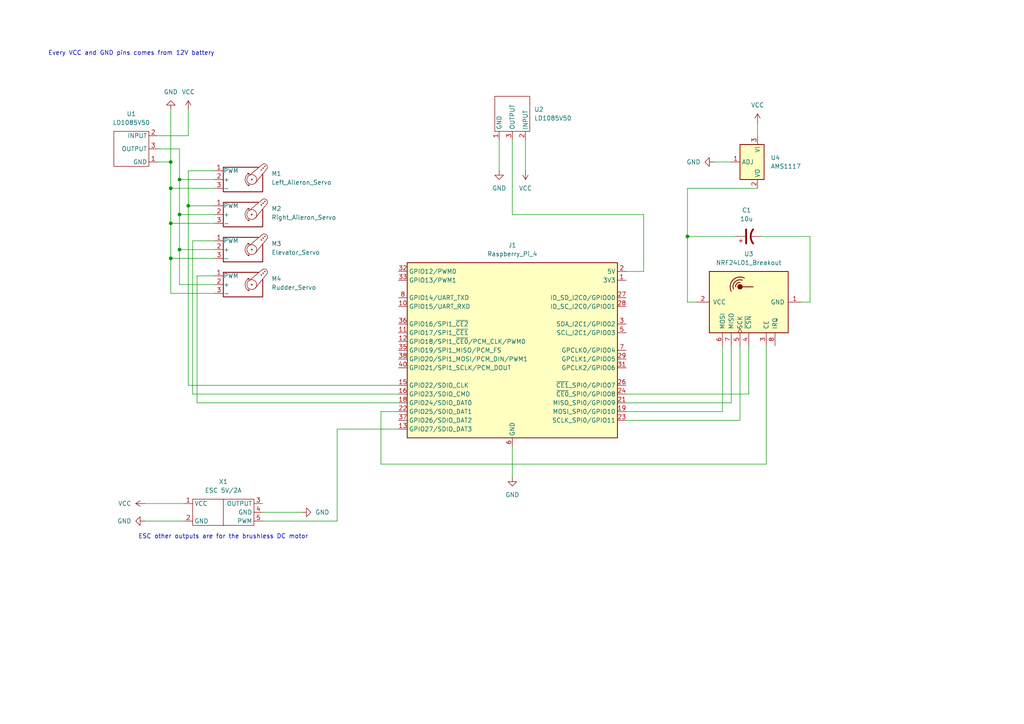
<source format=kicad_sch>
(kicad_sch (version 20250114) (generator "eeschema") (generator_version "9.0")
  (paper "A4")
  (title_block (title "RC Airplane") (date "2025-04-24") (rev "0.1") (company "Breno Soares Alves") (comment 1 "This version is just for RC Control, without any sensor yet") (comment 2 "Every VCC and GND pins comes from 12V battery"))
  (lib_symbols
    (symbol "Connector:Raspberry_Pi_4"
      (property "Reference" "J" (at -17.526 48.768 0))
      (property "Value" "Raspberry_Pi_4" (at 15.748 -26.416 0))
      (symbol "Raspberry_Pi_4_0_1"
        (rectangle (start -30.48 25.4) (end 30.48 -25.4) (stroke (width 0.254)) (fill (type background)))
      )
      (symbol "Raspberry_Pi_4_1_1"
        (pin bidirectional line (at -33.02 22.86 0) (length 2.54) (name "GPIO12/PWM0") (number "32"))
        (pin bidirectional line (at -33.02 20.32 0) (length 2.54) (name "GPIO13/PWM1") (number "33"))
        (pin bidirectional line (at -33.02 15.24 0) (length 2.54) (name "GPIO14/UART_TXD") (number "8"))
        (pin bidirectional line (at -33.02 12.7 0) (length 2.54) (name "GPIO15/UART_RXD") (number "10"))
        (pin bidirectional line (at -33.02 7.62 0) (length 2.54) (name "GPIO16/SPI1_~{CE2}") (number "36"))
        (pin bidirectional line (at -33.02 5.08 0) (length 2.54) (name "GPIO17/SPI1_~{CE1}") (number "11"))
        (pin bidirectional line (at -33.02 2.54 0) (length 2.54) (name "GPIO18/SPI1_~{CE0}/PCM_CLK/PWM0") (number "12"))
        (pin bidirectional line (at -33.02 0 0) (length 2.54) (name "GPIO19/SPI1_MISO/PCM_FS") (number "35"))
        (pin bidirectional line (at -33.02 -2.54 0) (length 2.54) (name "GPIO20/SPI1_MOSI/PCM_DIN/PWM1") (number "38"))
        (pin bidirectional line (at -33.02 -5.08 0) (length 2.54) (name "GPIO21/SPI1_SCLK/PCM_DOUT") (number "40"))
        (pin bidirectional line (at -33.02 -10.16 0) (length 2.54) (name "GPIO22/SDIO_CLK") (number "15"))
        (pin bidirectional line (at -33.02 -12.7 0) (length 2.54) (name "GPIO23/SDIO_CMD") (number "16"))
        (pin bidirectional line (at -33.02 -15.24 0) (length 2.54) (name "GPIO24/SDIO_DAT0") (number "18"))
        (pin bidirectional line (at -33.02 -17.78 0) (length 2.54) (name "GPIO25/SDIO_DAT1") (number "22"))
        (pin bidirectional line (at -33.02 -20.32 0) (length 2.54) (name "GPIO26/SDIO_DAT2") (number "37"))
        (pin bidirectional line (at -33.02 -22.86 0) (length 2.54) (name "GPIO27/SDIO_DAT3") (number "13"))
        (pin passive line (at 0 -27.94 90) (length 2.54) (hide yes) (name "GND") (number "14"))
        (pin passive line (at 0 -27.94 90) (length 2.54) (hide yes) (name "GND") (number "20"))
        (pin passive line (at 0 -27.94 90) (length 2.54) (hide yes) (name "GND") (number "25"))
        (pin passive line (at 0 -27.94 90) (length 2.54) (hide yes) (name "GND") (number "30"))
        (pin passive line (at 0 -27.94 90) (length 2.54) (hide yes) (name "GND") (number "34"))
        (pin passive line (at 0 -27.94 90) (length 2.54) (hide yes) (name "GND") (number "39"))
        (pin power_out line (at 0 -27.94 90) (length 2.54) (name "GND") (number "6"))
        (pin passive line (at 0 -27.94 90) (length 2.54) (hide yes) (name "GND") (number "9"))
        (pin power_out line (at 33.02 22.86 180) (length 2.54) (name "5V") (number "2"))
        (pin passive line (at 33.02 22.86 180) (length 2.54) (hide yes) (name "5V") (number "4"))
        (pin power_out line (at 33.02 20.32 180) (length 2.54) (name "3V3") (number "1"))
        (pin passive line (at 33.02 20.32 180) (length 2.54) (hide yes) (name "3V3") (number "17"))
        (pin bidirectional line (at 33.02 15.24 180) (length 2.54) (name "ID_SD_I2C0/GPIO00") (number "27"))
        (pin bidirectional line (at 33.02 12.7 180) (length 2.54) (name "ID_SC_I2C0/GPIO01") (number "28"))
        (pin bidirectional line (at 33.02 7.62 180) (length 2.54) (name "SDA_I2C1/GPIO02") (number "3"))
        (pin bidirectional line (at 33.02 5.08 180) (length 2.54) (name "SCL_I2C1/GPIO03") (number "5"))
        (pin bidirectional line (at 33.02 0 180) (length 2.54) (name "GPCLK0/GPIO04") (number "7"))
        (pin bidirectional line (at 33.02 -2.54 180) (length 2.54) (name "GPCLK1/GPIO05") (number "29"))
        (pin bidirectional line (at 33.02 -5.08 180) (length 2.54) (name "GPCLK2/GPIO06") (number "31"))
        (pin bidirectional line (at 33.02 -10.16 180) (length 2.54) (name "~{CE1}_SPI0/GPIO07") (number "26"))
        (pin bidirectional line (at 33.02 -12.7 180) (length 2.54) (name "~{CE0}_SPI0/GPIO08") (number "24"))
        (pin bidirectional line (at 33.02 -15.24 180) (length 2.54) (name "MISO_SPI0/GPIO09") (number "21"))
        (pin bidirectional line (at 33.02 -17.78 180) (length 2.54) (name "MOSI_SPI0/GPIO10") (number "19"))
        (pin bidirectional line (at 33.02 -20.32 180) (length 2.54) (name "SCLK_SPI0/GPIO11") (number "23"))
      )
    )
    (symbol "Device:C_Polarized_US" (pin_numbers (hide yes)) (pin_names (offset 0.254) (hide yes))
      (property "Reference" "C" (at 0.635 2.54 0))
      (property "Value" "C_Polarized_US" (at 0.635 -2.54 0))
      (symbol "C_Polarized_US_0_1"
        (polyline (pts (xy -2.032 0.762) (xy 2.032 0.762)) (stroke (width 0.508)))
        (polyline (pts (xy -1.778 2.286) (xy -0.762 2.286)))
        (polyline (pts (xy -1.27 1.778) (xy -1.27 2.794)))
        (arc (start -2.032 -1.27) (mid 0 -0.5572) (end 2.032 -1.27) (stroke (width 0.508)))
      )
      (symbol "C_Polarized_US_1_1"
        (pin passive line (at 0 3.81 270) (length 2.794) (name "~") (number "1"))
        (pin passive line (at 0 -3.81 90) (length 3.302) (name "~") (number "2"))
      )
    )
    (symbol "Motor:Motor_Servo" (pin_names (offset 0.0254))
      (property "Reference" "M" (at -5.08 4.445 0))
      (property "Value" "Motor_Servo" (at -5.08 -4.064 0))
      (symbol "Motor_Servo_0_1"
        (polyline (pts (xy 2.413 1.778) (xy 1.905 1.778)))
        (polyline (pts (xy 2.413 1.778) (xy 2.286 1.397)))
        (polyline (pts (xy 2.413 -1.778) (xy 2.032 -1.778)))
        (polyline (pts (xy 2.413 -1.778) (xy 2.286 -1.397)))
        (arc (start 2.413 -1.778) (mid 1.2406 0) (end 2.413 1.778))
        (circle (center 3.175 0) (radius 0.1778))
        (circle (center 3.175 0) (radius 1.4224))
        (polyline (pts (xy 5.08 3.556) (xy -5.08 3.556) (xy -5.08 -3.556) (xy 6.35 -3.556) (xy 6.35 1.524)) (stroke (width 0.254)))
        (circle (center 5.969 2.794) (radius 0.127))
        (polyline (pts (xy 6.35 4.445) (xy 2.54 1.27)))
        (circle (center 6.477 3.302) (radius 0.127))
        (arc (start 6.35 4.445) (mid 7.4487 4.2737) (end 7.62 3.175))
        (circle (center 6.985 3.81) (radius 0.127))
        (polyline (pts (xy 7.62 3.175) (xy 4.191 -1.016)))
      )
      (symbol "Motor_Servo_1_1"
        (pin passive line (at -7.62 2.54 0) (length 2.54) (name "PWM") (number "1"))
        (pin passive line (at -7.62 0 0) (length 2.54) (name "+") (number "2"))
        (pin passive line (at -7.62 -2.54 0) (length 2.54) (name "-") (number "3"))
      )
    )
    (symbol "RCAirplane_components:ESC"
      (property "Reference" "X" (at 0 7.62 0))
      (property "Value" "ESC" (at 0 5.08 0))
      (symbol "ESC_0_1"
        (rectangle (start -8.89 3.81) (end 8.89 -3.81))
        (polyline (pts (xy 0 -3.81) (xy 0 3.81)))
      )
      (symbol "ESC_1_1"
        (pin power_in line (at -11.43 2.54 0) (length 2.54) (name "VCC") (number "1"))
        (pin power_in line (at -11.43 -2.54 0) (length 2.54) (name "GND") (number "2"))
        (pin power_out line (at 11.43 2.54 180) (length 2.54) (name "OUTPUT") (number "3"))
        (pin power_out line (at 11.43 0 180) (length 2.54) (name "GND") (number "4"))
        (pin input line (at 11.43 -2.54 180) (length 2.54) (name "PWM") (number "5"))
      )
    )
    (symbol "RCAirplane_components:LD1085V50"
      (property "Reference" "U" (at 0 8.382 0))
      (property "Value" "LD1085V50" (at 0 6.35 0))
      (symbol "LD1085V50_0_1"
        (rectangle (start -5.08 5.08) (end 5.08 -5.08))
      )
      (symbol "LD1085V50_1_1"
        (pin power_in line (at -3.81 -7.62 90) (length 2.54) (name "GND") (number "1"))
        (pin power_out line (at 0 -7.62 90) (length 2.54) (name "OUTPUT") (number "3"))
        (pin power_in line (at 3.81 -7.62 90) (length 2.54) (name "INPUT") (number "2"))
      )
    )
    (symbol "RF:NRF24L01_Breakout" (pin_names (offset 1.016))
      (property "Reference" "U" (at -8.89 12.7 0))
      (property "Value" "NRF24L01_Breakout" (at 3.81 12.7 0))
      (symbol "NRF24L01_Breakout_0_1"
        (rectangle (start -8.89 11.43) (end 8.89 -11.43) (stroke (width 0.254)) (fill (type background)))
        (arc (start 3.175 5.08) (mid 6.453 4.548) (end 6.985 1.27) (stroke (width 0.254)))
        (circle (center 4.445 2.54) (radius 0.635) (stroke (width 0.254)) (fill (type outline)))
        (polyline (pts (xy 4.445 1.905) (xy 4.445 -1.27)) (stroke (width 0.254)))
        (arc (start 3.81 4.445) (mid 5.8835 3.9785) (end 6.35 1.905) (stroke (width 0.254)))
        (arc (start 4.445 3.81) (mid 5.3558 3.4508) (end 5.715 2.54) (stroke (width 0.254)))
      )
      (symbol "NRF24L01_Breakout_1_1"
        (pin input line (at -12.7 7.62 0) (length 3.81) (name "MOSI") (number "6"))
        (pin output line (at -12.7 5.08 0) (length 3.81) (name "MISO") (number "7"))
        (pin input clock (at -12.7 2.54 0) (length 3.81) (name "SCK") (number "5"))
        (pin input line (at -12.7 0 0) (length 3.81) (name "~{CSN}") (number "4"))
        (pin input line (at -12.7 -5.08 0) (length 3.81) (name "CE") (number "3"))
        (pin output line (at -12.7 -7.62 0) (length 3.81) (name "IRQ") (number "8"))
        (pin power_in line (at 0 15.24 270) (length 3.81) (name "VCC") (number "2"))
        (pin power_in line (at 0 -15.24 90) (length 3.81) (name "GND") (number "1"))
      )
    )
    (symbol "Regulator_Linear:AMS1117"
      (property "Reference" "U" (at -3.81 3.175 0))
      (property "Value" "AMS1117" (at 0 3.175 0))
      (symbol "AMS1117_0_1"
        (rectangle (start -5.08 -5.08) (end 5.08 1.905) (stroke (width 0.254)) (fill (type background)))
      )
      (symbol "AMS1117_1_1"
        (pin power_in line (at -7.62 0 0) (length 2.54) (name "VI") (number "3"))
        (pin input line (at 0 -7.62 90) (length 2.54) (name "ADJ") (number "1"))
        (pin power_out line (at 7.62 0 180) (length 2.54) (name "VO") (number "2"))
      )
    )
    (symbol "power:GND" (power) (pin_numbers (hide yes)) (pin_names (offset 0) (hide yes))
      (property "Value" "GND" (at 0 -3.81 0))
      (symbol "GND_0_1"
        (polyline (pts (xy 0 0) (xy 0 -1.27) (xy 1.27 -1.27) (xy 0 -2.54) (xy -1.27 -1.27) (xy 0 -1.27)))
      )
      (symbol "GND_1_1"
        (pin power_in line (at 0 0 270) (length 0) (name "~") (number "1"))
      )
    )
    (symbol "power:VCC" (power) (pin_numbers (hide yes)) (pin_names (offset 0) (hide yes))
      (property "Value" "VCC" (at 0 3.556 0))
      (symbol "VCC_0_1"
        (polyline (pts (xy -0.762 1.27) (xy 0 2.54)))
        (polyline (pts (xy 0 2.54) (xy 0.762 1.27)))
        (polyline (pts (xy 0 0) (xy 0 2.54)))
      )
      (symbol "VCC_1_1"
        (pin power_in line (at 0 0 90) (length 0) (name "~") (number "1"))
      )
    )
  )
  (text "Every VCC and GND pins comes from 12V battery" (at 38.1 15.494 0) (effects (font (size 1.27 1.27))))
  (text "ESC other outputs are for the brushless DC motor" (at 64.77 155.702 0) (effects (font (size 1.27 1.27))))
  (junction (at 49.53 54.61))
  (junction (at 52.07 62.23))
  (junction (at 49.53 46.99))
  (junction (at 199.39 68.58))
  (junction (at 52.07 72.39))
  (junction (at 49.53 64.77))
  (junction (at 52.07 52.07))
  (junction (at 54.61 59.69))
  (junction (at 49.53 74.93))
  (wire (pts (xy 52.07 82.55) (xy 62.23 82.55)))
  (wire (pts (xy 212.09 116.84) (xy 181.61 116.84)))
  (wire (pts (xy 57.15 80.01) (xy 57.15 116.84)))
  (wire (pts (xy 52.07 62.23) (xy 62.23 62.23)))
  (wire (pts (xy 41.91 151.13) (xy 53.34 151.13)))
  (wire (pts (xy 110.49 119.38) (xy 115.57 119.38)))
  (wire (pts (xy 212.09 100.33) (xy 212.09 116.84)))
  (wire (pts (xy 186.69 62.23) (xy 186.69 78.74)))
  (wire (pts (xy 232.41 87.63) (xy 234.95 87.63)))
  (wire (pts (xy 54.61 59.69) (xy 54.61 111.76)))
  (wire (pts (xy 49.53 31.75) (xy 49.53 46.99)))
  (wire (pts (xy 52.07 52.07) (xy 52.07 62.23)))
  (wire (pts (xy 49.53 64.77) (xy 49.53 74.93)))
  (wire (pts (xy 52.07 62.23) (xy 52.07 72.39)))
  (wire (pts (xy 45.72 39.37) (xy 54.61 39.37)))
  (wire (pts (xy 52.07 72.39) (xy 52.07 82.55)))
  (wire (pts (xy 148.59 62.23) (xy 186.69 62.23)))
  (wire (pts (xy 52.07 43.18) (xy 52.07 52.07)))
  (wire (pts (xy 186.69 78.74) (xy 181.61 78.74)))
  (wire (pts (xy 214.63 100.33) (xy 214.63 121.92)))
  (wire (pts (xy 62.23 49.53) (xy 54.61 49.53)))
  (wire (pts (xy 62.23 69.85) (xy 55.88 69.85)))
  (wire (pts (xy 45.72 43.18) (xy 52.07 43.18)))
  (wire (pts (xy 199.39 68.58) (xy 199.39 87.63)))
  (wire (pts (xy 55.88 114.3) (xy 115.57 114.3)))
  (wire (pts (xy 76.2 151.13) (xy 97.79 151.13)))
  (wire (pts (xy 209.55 100.33) (xy 209.55 119.38)))
  (wire (pts (xy 45.72 46.99) (xy 49.53 46.99)))
  (wire (pts (xy 222.25 100.33) (xy 222.25 134.62)))
  (wire (pts (xy 148.59 40.64) (xy 148.59 62.23)))
  (wire (pts (xy 52.07 72.39) (xy 62.23 72.39)))
  (wire (pts (xy 152.4 40.64) (xy 152.4 49.53)))
  (wire (pts (xy 49.53 85.09) (xy 62.23 85.09)))
  (wire (pts (xy 54.61 31.75) (xy 54.61 39.37)))
  (wire (pts (xy 49.53 74.93) (xy 62.23 74.93)))
  (wire (pts (xy 199.39 54.61) (xy 219.71 54.61)))
  (wire (pts (xy 217.17 114.3) (xy 217.17 100.33)))
  (wire (pts (xy 110.49 134.62) (xy 110.49 119.38)))
  (wire (pts (xy 49.53 64.77) (xy 62.23 64.77)))
  (wire (pts (xy 97.79 151.13) (xy 97.79 124.46)))
  (wire (pts (xy 62.23 80.01) (xy 57.15 80.01)))
  (wire (pts (xy 49.53 46.99) (xy 49.53 54.61)))
  (wire (pts (xy 219.71 35.56) (xy 219.71 39.37)))
  (wire (pts (xy 52.07 52.07) (xy 62.23 52.07)))
  (wire (pts (xy 76.2 148.59) (xy 87.63 148.59)))
  (wire (pts (xy 55.88 69.85) (xy 55.88 114.3)))
  (wire (pts (xy 207.01 46.99) (xy 212.09 46.99)))
  (wire (pts (xy 148.59 129.54) (xy 148.59 138.43)))
  (wire (pts (xy 54.61 111.76) (xy 115.57 111.76)))
  (wire (pts (xy 234.95 68.58) (xy 234.95 87.63)))
  (wire (pts (xy 57.15 116.84) (xy 115.57 116.84)))
  (wire (pts (xy 214.63 121.92) (xy 181.61 121.92)))
  (wire (pts (xy 199.39 87.63) (xy 201.93 87.63)))
  (wire (pts (xy 199.39 68.58) (xy 213.36 68.58)))
  (wire (pts (xy 49.53 54.61) (xy 49.53 64.77)))
  (wire (pts (xy 49.53 54.61) (xy 62.23 54.61)))
  (wire (pts (xy 181.61 114.3) (xy 217.17 114.3)))
  (wire (pts (xy 220.98 68.58) (xy 234.95 68.58)))
  (wire (pts (xy 54.61 49.53) (xy 54.61 59.69)))
  (wire (pts (xy 144.78 40.64) (xy 144.78 49.53)))
  (wire (pts (xy 41.91 146.05) (xy 53.34 146.05)))
  (wire (pts (xy 97.79 124.46) (xy 115.57 124.46)))
  (wire (pts (xy 222.25 134.62) (xy 110.49 134.62)))
  (wire (pts (xy 49.53 74.93) (xy 49.53 85.09)))
  (wire (pts (xy 54.61 59.69) (xy 62.23 59.69)))
  (wire (pts (xy 199.39 54.61) (xy 199.39 68.58)))
  (wire (pts (xy 209.55 119.38) (xy 181.61 119.38)))
  (symbol (lib_id "power:VCC") (at 152.4 49.53 180) (unit 1)
    (property "Reference" "#PWR05" (effects (hide yes)))
    (property "Value" "VCC" (at 152.4 54.61 0))
    (property "Description" "Power symbol creates a global label with name \"VCC\"" (effects (hide yes)))
  )
  (symbol (lib_id "power:GND") (at 207.01 46.99 270) (unit 1)
    (property "Reference" "#PWR06" (effects (hide yes)))
    (property "Value" "GND" (at 203.2 46.9899 90) (effects (justify right)))
    (property "Description" "Power symbol creates a global label with name \"GND\" , ground" (effects (hide yes)))
  )
  (symbol (lib_id "power:GND") (at 87.63 148.59 90) (unit 1)
    (property "Reference" "#PWR010" (effects (hide yes)))
    (property "Value" "GND" (at 91.44 148.5899 90) (effects (justify right)))
    (property "Description" "Power symbol creates a global label with name \"GND\" , ground" (effects (hide yes)))
  )
  (symbol (lib_id "RF:NRF24L01_Breakout") (at 217.17 87.63 90) (unit 1)
    (property "Reference" "U3" (at 217.17 73.66 90))
    (property "Value" "NRF24L01_Breakout" (at 217.17 76.2 90))
    (property "Footprint" "RF_Module:nRF24L01_Breakout" (effects (hide yes)))
    (property "Datasheet" "http://www.nordicsemi.com/eng/content/download/2730/34105/file/nRF24L01_Product_Specification_v2_0.pdf" (effects (hide yes)))
    (property "Description" "Ultra low power 2.4GHz RF Transceiver, Carrier PCB" (effects (hide yes)))
  )
  (symbol (lib_id "power:GND") (at 144.78 49.53 0) (unit 1)
    (property "Reference" "#PWR03" (effects (hide yes)))
    (property "Value" "GND" (at 144.78 54.61 0))
    (property "Description" "Power symbol creates a global label with name \"GND\" , ground" (effects (hide yes)))
  )
  (symbol (lib_id "RCAirplane_components:LD1085V50") (at 148.59 33.02 0) (unit 1)
    (property "Reference" "U2" (at 154.94 31.7499 0) (effects (justify left)))
    (property "Value" "LD1085V50" (at 154.94 34.2899 0) (effects (justify left)))
    (property "Footprint" "LD1085V50:TO220" (effects (hide yes)))
  )
  (symbol (lib_id "power:GND") (at 49.53 31.75 180) (unit 1)
    (property "Reference" "#PWR01" (effects (hide yes)))
    (property "Value" "GND" (at 49.53 26.67 0))
    (property "Description" "Power symbol creates a global label with name \"GND\" , ground" (effects (hide yes)))
  )
  (symbol (lib_id "RCAirplane_components:LD1085V50") (at 38.1 43.18 90) (unit 1)
    (property "Reference" "U1" (at 38.1 33.02 90))
    (property "Value" "LD1085V50" (at 38.1 35.56 90))
    (property "Footprint" "LD1085V50:TO220" (effects (hide yes)))
  )
  (symbol (lib_id "power:VCC") (at 54.61 31.75 0) (unit 1)
    (property "Reference" "#PWR02" (effects (hide yes)))
    (property "Value" "VCC" (at 54.61 26.67 0))
    (property "Description" "Power symbol creates a global label with name \"VCC\"" (effects (hide yes)))
  )
  (symbol (lib_id "Motor:Motor_Servo") (at 69.85 52.07 0) (unit 1)
    (property "Reference" "M1" (at 78.74 50.3668 0) (effects (justify left)))
    (property "Value" "Left_Aileron_Servo" (at 78.74 52.9068 0) (effects (justify left)))
    (property "Datasheet" "http://forums.parallax.com/uploads/attachments/46831/74481.png" (effects (hide yes)))
    (property "Description" "Servo Motor (Futaba, HiTec, JR connector)" (effects (hide yes)))
  )
  (symbol (lib_id "power:GND") (at 148.59 138.43 0) (unit 1)
    (property "Reference" "#PWR04" (effects (hide yes)))
    (property "Value" "GND" (at 148.59 143.51 0))
    (property "Description" "Power symbol creates a global label with name \"GND\" , ground" (effects (hide yes)))
  )
  (symbol (lib_id "power:VCC") (at 219.71 35.56 0) (unit 1)
    (property "Reference" "#PWR07" (effects (hide yes)))
    (property "Value" "VCC" (at 219.71 30.48 0))
    (property "Description" "Power symbol creates a global label with name \"VCC\"" (effects (hide yes)))
  )
  (symbol (lib_id "power:GND") (at 41.91 151.13 270) (unit 1)
    (property "Reference" "#PWR09" (effects (hide yes)))
    (property "Value" "GND" (at 38.1 151.1299 90) (effects (justify right)))
    (property "Description" "Power symbol creates a global label with name \"GND\" , ground" (effects (hide yes)))
  )
  (symbol (lib_id "Regulator_Linear:AMS1117") (at 219.71 46.99 270) (unit 1)
    (property "Reference" "U4" (at 223.52 45.7199 90) (effects (justify left)))
    (property "Value" "AMS1117" (at 223.52 48.2599 90) (effects (justify left)))
    (property "Footprint" "Package_TO_SOT_SMD:SOT-223-3_TabPin2" (effects (hide yes)))
    (property "Datasheet" "http://www.advanced-monolithic.com/pdf/ds1117.pdf" (effects (hide yes)))
    (property "Description" "1A Low Dropout regulator, positive, adjustable output, SOT-223" (effects (hide yes)))
  )
  (symbol (lib_id "Device:C_Polarized_US") (at 217.17 68.58 90) (unit 1)
    (property "Reference" "C1" (at 216.535 60.96 90))
    (property "Value" "10u" (at 216.535 63.5 90))
    (property "Description" "Polarized capacitor, US symbol" (effects (hide yes)))
  )
  (symbol (lib_id "Motor:Motor_Servo") (at 69.85 72.39 0) (unit 1)
    (property "Reference" "M3" (at 78.74 70.6868 0) (effects (justify left)))
    (property "Value" "Elevator_Servo" (at 78.74 73.2268 0) (effects (justify left)))
    (property "Datasheet" "http://forums.parallax.com/uploads/attachments/46831/74481.png" (effects (hide yes)))
    (property "Description" "Servo Motor (Futaba, HiTec, JR connector)" (effects (hide yes)))
  )
  (symbol (lib_id "Motor:Motor_Servo") (at 69.85 62.23 0) (unit 1)
    (property "Reference" "M2" (at 78.74 60.5268 0) (effects (justify left)))
    (property "Value" "Right_Aileron_Servo" (at 78.74 63.0668 0) (effects (justify left)))
    (property "Datasheet" "http://forums.parallax.com/uploads/attachments/46831/74481.png" (effects (hide yes)))
    (property "Description" "Servo Motor (Futaba, HiTec, JR connector)" (effects (hide yes)))
  )
  (symbol (lib_id "Motor:Motor_Servo") (at 69.85 82.55 0) (unit 1)
    (property "Reference" "M4" (at 78.74 80.8468 0) (effects (justify left)))
    (property "Value" "Rudder_Servo" (at 78.74 83.3868 0) (effects (justify left)))
    (property "Datasheet" "http://forums.parallax.com/uploads/attachments/46831/74481.png" (effects (hide yes)))
    (property "Description" "Servo Motor (Futaba, HiTec, JR connector)" (effects (hide yes)))
  )
  (symbol (lib_id "power:VCC") (at 41.91 146.05 90) (unit 1)
    (property "Reference" "#PWR08" (effects (hide yes)))
    (property "Value" "VCC" (at 38.1 146.0499 90) (effects (justify left)))
    (property "Description" "Power symbol creates a global label with name \"VCC\"" (effects (hide yes)))
  )
  (symbol (lib_id "Connector:Raspberry_Pi_4") (at 148.59 101.6 0) (unit 1)
    (property "Reference" "J1" (at 148.59 71.12 0))
    (property "Value" "Raspberry_Pi_4" (at 148.59 73.66 0))
    (property "Datasheet" "https://datasheets.raspberrypi.com/rpi4/raspberry-pi-4-datasheet.pdf" (effects (hide yes)))
    (property "Description" "Raspberry Pi 4 Model B" (effects (hide yes)))
  )
  (symbol (lib_id "RCAirplane_components:ESC") (at 64.77 148.59 0) (unit 1)
    (property "Reference" "X1" (at 64.77 139.7 0))
    (property "Value" "ESC 5V/2A" (at 64.77 142.24 0))
  )
)
</source>
